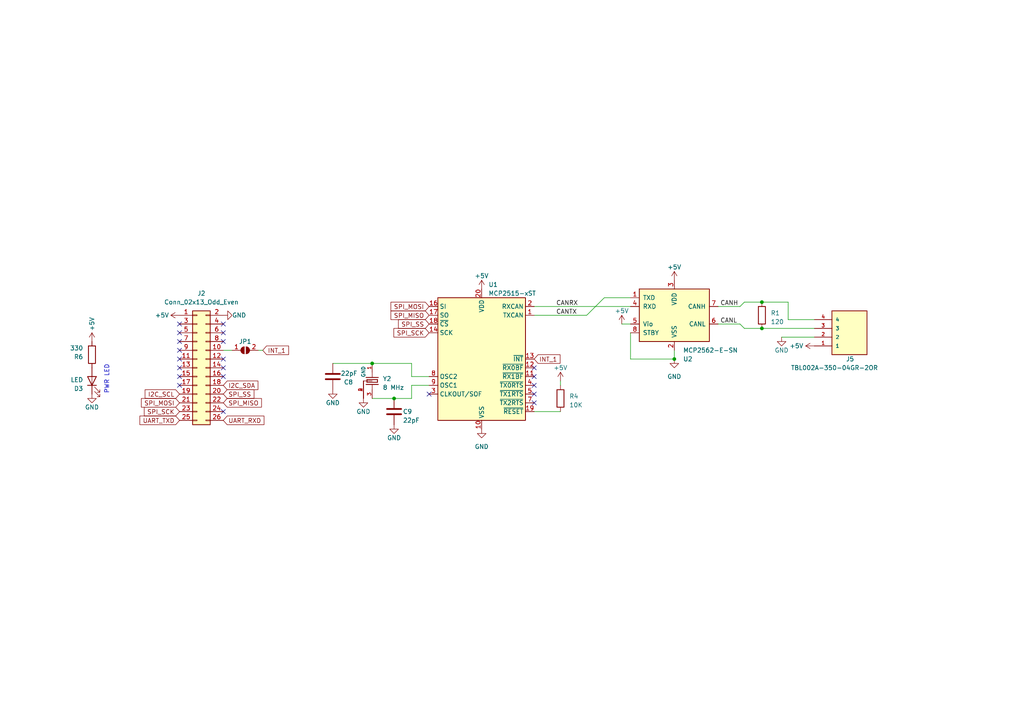
<source format=kicad_sch>
(kicad_sch (version 20230121) (generator eeschema)
  (paper "A4")
  (title_block (title "Controllino-CAN") (date "2023-10-30") (rev "1"))
  (lib_symbols
    (symbol "Connector_Generic:Conn_02x13_Odd_Even" (pin_names (offset 1.016) hide)
      (property "Reference" "J" (at 1.27 17.78 0))
      (property "Value" "Conn_02x13_Odd_Even" (at 1.27 -17.78 0))
      (symbol "Conn_02x13_Odd_Even_1_1"
        (rectangle (start -1.27 -15.113) (end 0 -15.367) (stroke (width 0.1524)))
        (rectangle (start -1.27 -12.573) (end 0 -12.827) (stroke (width 0.1524)))
        (rectangle (start -1.27 -10.033) (end 0 -10.287) (stroke (width 0.1524)))
        (rectangle (start -1.27 -7.493) (end 0 -7.747) (stroke (width 0.1524)))
        (rectangle (start -1.27 -4.953) (end 0 -5.207) (stroke (width 0.1524)))
        (rectangle (start -1.27 -2.413) (end 0 -2.667) (stroke (width 0.1524)))
        (rectangle (start -1.27 0.127) (end 0 -0.127) (stroke (width 0.1524)))
        (rectangle (start -1.27 2.667) (end 0 2.413) (stroke (width 0.1524)))
        (rectangle (start -1.27 5.207) (end 0 4.953) (stroke (width 0.1524)))
        (rectangle (start -1.27 7.747) (end 0 7.493) (stroke (width 0.1524)))
        (rectangle (start -1.27 10.287) (end 0 10.033) (stroke (width 0.1524)))
        (rectangle (start -1.27 12.827) (end 0 12.573) (stroke (width 0.1524)))
        (rectangle (start -1.27 15.367) (end 0 15.113) (stroke (width 0.1524)))
        (rectangle (start -1.27 16.51) (end 3.81 -16.51) (stroke (width 0.254)) (fill (type background)))
        (rectangle (start 3.81 -15.113) (end 2.54 -15.367) (stroke (width 0.1524)))
        (rectangle (start 3.81 -12.573) (end 2.54 -12.827) (stroke (width 0.1524)))
        (rectangle (start 3.81 -10.033) (end 2.54 -10.287) (stroke (width 0.1524)))
        (rectangle (start 3.81 -7.493) (end 2.54 -7.747) (stroke (width 0.1524)))
        (rectangle (start 3.81 -4.953) (end 2.54 -5.207) (stroke (width 0.1524)))
        (rectangle (start 3.81 -2.413) (end 2.54 -2.667) (stroke (width 0.1524)))
        (rectangle (start 3.81 0.127) (end 2.54 -0.127) (stroke (width 0.1524)))
        (rectangle (start 3.81 2.667) (end 2.54 2.413) (stroke (width 0.1524)))
        (rectangle (start 3.81 5.207) (end 2.54 4.953) (stroke (width 0.1524)))
        (rectangle (start 3.81 7.747) (end 2.54 7.493) (stroke (width 0.1524)))
        (rectangle (start 3.81 10.287) (end 2.54 10.033) (stroke (width 0.1524)))
        (rectangle (start 3.81 12.827) (end 2.54 12.573) (stroke (width 0.1524)))
        (rectangle (start 3.81 15.367) (end 2.54 15.113) (stroke (width 0.1524)))
        (pin passive line (at -5.08 15.24 0) (length 3.81) (name "Pin_1") (number "1"))
        (pin passive line (at 7.62 5.08 180) (length 3.81) (name "Pin_10") (number "10"))
        (pin passive line (at -5.08 2.54 0) (length 3.81) (name "Pin_11") (number "11"))
        (pin passive line (at 7.62 2.54 180) (length 3.81) (name "Pin_12") (number "12"))
        (pin passive line (at -5.08 0 0) (length 3.81) (name "Pin_13") (number "13"))
        (pin passive line (at 7.62 0 180) (length 3.81) (name "Pin_14") (number "14"))
        (pin passive line (at -5.08 -2.54 0) (length 3.81) (name "Pin_15") (number "15"))
        (pin passive line (at 7.62 -2.54 180) (length 3.81) (name "Pin_16") (number "16"))
        (pin passive line (at -5.08 -5.08 0) (length 3.81) (name "Pin_17") (number "17"))
        (pin passive line (at 7.62 -5.08 180) (length 3.81) (name "Pin_18") (number "18"))
        (pin passive line (at -5.08 -7.62 0) (length 3.81) (name "Pin_19") (number "19"))
        (pin passive line (at 7.62 15.24 180) (length 3.81) (name "Pin_2") (number "2"))
        (pin passive line (at 7.62 -7.62 180) (length 3.81) (name "Pin_20") (number "20"))
        (pin passive line (at -5.08 -10.16 0) (length 3.81) (name "Pin_21") (number "21"))
        (pin passive line (at 7.62 -10.16 180) (length 3.81) (name "Pin_22") (number "22"))
        (pin passive line (at -5.08 -12.7 0) (length 3.81) (name "Pin_23") (number "23"))
        (pin passive line (at 7.62 -12.7 180) (length 3.81) (name "Pin_24") (number "24"))
        (pin passive line (at -5.08 -15.24 0) (length 3.81) (name "Pin_25") (number "25"))
        (pin passive line (at 7.62 -15.24 180) (length 3.81) (name "Pin_26") (number "26"))
        (pin passive line (at -5.08 12.7 0) (length 3.81) (name "Pin_3") (number "3"))
        (pin passive line (at 7.62 12.7 180) (length 3.81) (name "Pin_4") (number "4"))
        (pin passive line (at -5.08 10.16 0) (length 3.81) (name "Pin_5") (number "5"))
        (pin passive line (at 7.62 10.16 180) (length 3.81) (name "Pin_6") (number "6"))
        (pin passive line (at -5.08 7.62 0) (length 3.81) (name "Pin_7") (number "7"))
        (pin passive line (at 7.62 7.62 180) (length 3.81) (name "Pin_8") (number "8"))
        (pin passive line (at -5.08 5.08 0) (length 3.81) (name "Pin_9") (number "9"))
      )
    )
    (symbol "Device:C" (pin_numbers hide) (pin_names (offset 0.254))
      (property "Reference" "C" (at 0.635 2.54 0))
      (property "Value" "C" (at 0.635 -2.54 0))
      (symbol "C_0_1"
        (polyline (pts (xy -2.032 -0.762) (xy 2.032 -0.762)) (stroke (width 0.508)))
        (polyline (pts (xy -2.032 0.762) (xy 2.032 0.762)) (stroke (width 0.508)))
      )
      (symbol "C_1_1"
        (pin passive line (at 0 3.81 270) (length 2.794) (name "~") (number "1"))
        (pin passive line (at 0 -3.81 90) (length 2.794) (name "~") (number "2"))
      )
    )
    (symbol "Device:LED" (pin_numbers hide) (pin_names (offset 1.016) hide)
      (property "Reference" "D" (at 0 2.54 0))
      (property "Value" "LED" (at 0 -2.54 0))
      (symbol "LED_0_1"
        (polyline (pts (xy -1.27 -1.27) (xy -1.27 1.27)) (stroke (width 0.254)))
        (polyline (pts (xy -1.27 0) (xy 1.27 0)))
        (polyline (pts (xy 1.27 -1.27) (xy 1.27 1.27) (xy -1.27 0) (xy 1.27 -1.27)) (stroke (width 0.254)))
        (polyline (pts (xy -3.048 -0.762) (xy -4.572 -2.286) (xy -3.81 -2.286) (xy -4.572 -2.286) (xy -4.572 -1.524)))
        (polyline (pts (xy -1.778 -0.762) (xy -3.302 -2.286) (xy -2.54 -2.286) (xy -3.302 -2.286) (xy -3.302 -1.524)))
      )
      (symbol "LED_1_1"
        (pin passive line (at -3.81 0 0) (length 2.54) (name "K") (number "1"))
        (pin passive line (at 3.81 0 180) (length 2.54) (name "A") (number "2"))
      )
    )
    (symbol "Device:R" (pin_numbers hide) (pin_names (offset 0))
      (property "Reference" "R" (at 2.032 0 90))
      (property "Value" "R" (at 0 0 90))
      (symbol "R_0_1"
        (rectangle (start -1.016 -2.54) (end 1.016 2.54) (stroke (width 0.254)))
      )
      (symbol "R_1_1"
        (pin passive line (at 0 3.81 270) (length 1.27) (name "~") (number "1"))
        (pin passive line (at 0 -3.81 90) (length 1.27) (name "~") (number "2"))
      )
    )
    (symbol "Interface_CAN_LIN:MCP2515-xST"
      (property "Reference" "U" (at -10.16 19.685 0))
      (property "Value" "MCP2515-xST" (at 19.05 20.32 0))
      (symbol "MCP2515-xST_0_1"
        (rectangle (start -12.7 17.78) (end 12.7 -17.78) (stroke (width 0.254)) (fill (type background)))
      )
      (symbol "MCP2515-xST_1_1"
        (pin output line (at 15.24 12.7 180) (length 2.54) (name "TXCAN") (number "1"))
        (pin power_in line (at 0 -20.32 90) (length 2.54) (name "VSS") (number "10"))
        (pin output line (at 15.24 -5.08 180) (length 2.54) (name "~{RX1BF}") (number "11"))
        (pin output line (at 15.24 -2.54 180) (length 2.54) (name "~{RX0BF}") (number "12"))
        (pin output line (at 15.24 0 180) (length 2.54) (name "~{INT}") (number "13"))
        (pin input line (at -15.24 7.62 0) (length 2.54) (name "SCK") (number "14"))
        (pin no_connect line (at -12.7 -2.54 0) (length 2.54) hide (name "NC") (number "15"))
        (pin input line (at -15.24 15.24 0) (length 2.54) (name "SI") (number "16"))
        (pin output line (at -15.24 12.7 0) (length 2.54) (name "SO") (number "17"))
        (pin input line (at -15.24 10.16 0) (length 2.54) (name "~{CS}") (number "18"))
        (pin input line (at 15.24 -15.24 180) (length 2.54) (name "~{RESET}") (number "19"))
        (pin input line (at 15.24 15.24 180) (length 2.54) (name "RXCAN") (number "2"))
        (pin power_in line (at 0 20.32 270) (length 2.54) (name "VDD") (number "20"))
        (pin output line (at -15.24 -10.16 0) (length 2.54) (name "CLKOUT/SOF") (number "3"))
        (pin input line (at 15.24 -7.62 180) (length 2.54) (name "~{TX0RTS}") (number "4"))
        (pin input line (at 15.24 -10.16 180) (length 2.54) (name "~{TX1RTS}") (number "5"))
        (pin no_connect line (at -12.7 0 0) (length 2.54) hide (name "NC") (number "6"))
        (pin input line (at 15.24 -12.7 180) (length 2.54) (name "~{TX2RTS}") (number "7"))
        (pin output line (at -15.24 -5.08 0) (length 2.54) (name "OSC2") (number "8"))
        (pin input line (at -15.24 -7.62 0) (length 2.54) (name "OSC1") (number "9"))
      )
    )
    (symbol "Interface_CAN_LIN:MCP2562-E-SN" (pin_names (offset 1.016))
      (property "Reference" "U" (at -10.16 8.89 0))
      (property "Value" "MCP2562-E-SN" (at 2.54 8.89 0))
      (symbol "MCP2562-E-SN_0_1"
        (rectangle (start -10.16 7.62) (end 10.16 -7.62) (stroke (width 0.254)) (fill (type background)))
      )
      (symbol "MCP2562-E-SN_1_1"
        (pin input line (at -12.7 5.08 0) (length 2.54) (name "TXD") (number "1"))
        (pin power_in line (at 0 -10.16 90) (length 2.54) (name "VSS") (number "2"))
        (pin power_in line (at 0 10.16 270) (length 2.54) (name "VDD") (number "3"))
        (pin output line (at -12.7 2.54 0) (length 2.54) (name "RXD") (number "4"))
        (pin power_in line (at -12.7 -2.54 0) (length 2.54) (name "Vio") (number "5"))
        (pin bidirectional line (at 12.7 -2.54 180) (length 2.54) (name "CANL") (number "6"))
        (pin bidirectional line (at 12.7 2.54 180) (length 2.54) (name "CANH") (number "7"))
        (pin input line (at -12.7 -5.08 0) (length 2.54) (name "STBY") (number "8"))
      )
    )
    (symbol "Jumper:SolderJumper_2_Open" (pin_names (offset 0) hide)
      (property "Reference" "JP" (at 0 2.032 0))
      (property "Value" "SolderJumper_2_Open" (at 0 -2.54 0))
      (symbol "SolderJumper_2_Open_0_1"
        (arc (start -0.254 1.016) (mid -1.2656 0) (end -0.254 -1.016))
        (arc (start -0.254 1.016) (mid -1.2656 0) (end -0.254 -1.016) (fill (type outline)))
        (polyline (pts (xy -0.254 1.016) (xy -0.254 -1.016)))
        (polyline (pts (xy 0.254 1.016) (xy 0.254 -1.016)))
        (arc (start 0.254 -1.016) (mid 1.2656 0) (end 0.254 1.016))
        (arc (start 0.254 -1.016) (mid 1.2656 0) (end 0.254 1.016) (fill (type outline)))
      )
      (symbol "SolderJumper_2_Open_1_1"
        (pin passive line (at -3.81 0 0) (length 2.54) (name "A") (number "1"))
        (pin passive line (at 3.81 0 180) (length 2.54) (name "B") (number "2"))
      )
    )
    (symbol "crystals:ECS-80-12-33-JGN-TR" (pin_names (offset 1.016))
      (property "Reference" "Y" (at -12.7 -5.08 0))
      (property "Value" "ECS-80-12-33-JGN-TR" (at -12.7 -7.62 0))
      (symbol "ECS-80-12-33-JGN-TR_0_0"
        (polyline (pts (xy -2.54 0) (xy -1.016 0)) (stroke (width 0.1524)))
        (polyline (pts (xy -1.016 1.778) (xy -1.016 -1.778)) (stroke (width 0.254)))
        (polyline (pts (xy -0.381 -1.524) (xy 0.381 -1.524)) (stroke (width 0.254)))
        (polyline (pts (xy -0.381 1.524) (xy -0.381 -1.524)) (stroke (width 0.254)))
        (polyline (pts (xy 0.381 -1.524) (xy 0.381 1.524)) (stroke (width 0.254)))
        (polyline (pts (xy 0.381 1.524) (xy -0.381 1.524)) (stroke (width 0.254)))
        (polyline (pts (xy 1.016 0) (xy 2.54 0)) (stroke (width 0.1524)))
        (polyline (pts (xy 1.016 1.778) (xy 1.016 -1.778)) (stroke (width 0.254)))
        (pin passive line (at -5.08 0 0) (length 2.54) (name "~") (number "1"))
        (pin power_in line (at 5.08 -2.54 180) (length 5.08) (name "GND") (number "2"))
        (pin passive line (at 5.08 0 180) (length 2.54) (name "~") (number "3"))
        (pin power_in line (at 5.08 -2.54 180) (length 5.08) (name "") (number "4"))
      )
      (symbol "ECS-80-12-33-JGN-TR_0_1"
        (polyline (pts (xy 0 -2.54) (xy 0 0)))
      )
    )
    (symbol "power:+5V" (power) (pin_names (offset 0))
      (property "Value" "+5V" (at 0 3.556 0))
      (symbol "+5V_0_1"
        (polyline (pts (xy -0.762 1.27) (xy 0 2.54)))
        (polyline (pts (xy 0 0) (xy 0 2.54)))
        (polyline (pts (xy 0 2.54) (xy 0.762 1.27)))
      )
      (symbol "+5V_1_1"
        (pin power_in line (at 0 0 90) (length 0) hide (name "+5V") (number "1"))
      )
    )
    (symbol "power:GND" (power) (pin_names (offset 0))
      (property "Value" "GND" (at 0 -3.81 0))
      (symbol "GND_0_1"
        (polyline (pts (xy 0 0) (xy 0 -1.27) (xy 1.27 -1.27) (xy 0 -2.54) (xy -1.27 -1.27) (xy 0 -1.27)))
      )
      (symbol "GND_1_1"
        (pin power_in line (at 0 0 270) (length 0) hide (name "GND") (number "1"))
      )
    )
    (symbol "wire_to_board:TBL002A-350-04GR-2OR" (pin_names (offset 1.016))
      (property "Reference" "J" (at -5.08 5.842 0))
      (property "Value" "TBL002A-350-04GR-2OR" (at -5.08 -10.16 0))
      (symbol "TBL002A-350-04GR-2OR_0_0"
        (rectangle (start -5.08 -7.62) (end 5.08 5.08) (stroke (width 0.254)) (fill (type background)))
        (pin passive line (at -10.16 2.54 0) (length 5.08) (name "1") (number "1"))
        (pin passive line (at -10.16 0 0) (length 5.08) (name "2") (number "2"))
        (pin passive line (at -10.16 -2.54 0) (length 5.08) (name "3") (number "3"))
        (pin passive line (at -10.16 -5.08 0) (length 5.08) (name "4") (number "4"))
      )
    )
  )
  (junction (at 107.95 105.41))
  (junction (at 220.98 95.25))
  (junction (at 220.98 87.63))
  (junction (at 195.58 104.14))
  (junction (at 114.3 115.57))
  (no_connect (at 154.94 111.76))
  (no_connect (at 64.77 93.98))
  (no_connect (at 124.46 114.3))
  (no_connect (at 154.94 116.84))
  (no_connect (at 52.07 111.76))
  (no_connect (at 52.07 109.22))
  (no_connect (at 64.77 106.68))
  (no_connect (at 154.94 109.22))
  (no_connect (at 52.07 101.6))
  (no_connect (at 154.94 106.68))
  (no_connect (at 64.77 104.14))
  (no_connect (at 52.07 99.06))
  (no_connect (at 52.07 104.14))
  (no_connect (at 64.77 119.38))
  (no_connect (at 154.94 114.3))
  (no_connect (at 64.77 99.06))
  (no_connect (at 64.77 96.52))
  (no_connect (at 64.77 109.22))
  (no_connect (at 52.07 93.98))
  (no_connect (at 52.07 96.52))
  (no_connect (at 52.07 106.68))
  (wire (pts (xy 107.95 115.57) (xy 114.3 115.57)))
  (wire (pts (xy 154.94 91.44) (xy 170.18 91.44)))
  (wire (pts (xy 119.38 111.76) (xy 124.46 111.76)))
  (wire (pts (xy 162.56 110.49) (xy 162.56 111.76)))
  (wire (pts (xy 228.6 87.63) (xy 228.6 92.71)))
  (wire (pts (xy 220.98 87.63) (xy 228.6 87.63)))
  (wire (pts (xy 64.77 101.6) (xy 67.31 101.6)))
  (wire (pts (xy 215.9 87.63) (xy 220.98 87.63)))
  (wire (pts (xy 119.38 115.57) (xy 119.38 111.76)))
  (wire (pts (xy 182.88 93.98) (xy 180.34 93.98)))
  (wire (pts (xy 119.38 109.22) (xy 124.46 109.22)))
  (wire (pts (xy 182.88 104.14) (xy 195.58 104.14)))
  (wire (pts (xy 208.28 88.9) (xy 214.63 88.9)))
  (wire (pts (xy 96.52 105.41) (xy 107.95 105.41)))
  (wire (pts (xy 226.695 97.79) (xy 236.22 97.79)))
  (wire (pts (xy 182.88 96.52) (xy 182.88 104.14)))
  (wire (pts (xy 215.9 95.25) (xy 220.98 95.25)))
  (wire (pts (xy 154.94 88.9) (xy 182.88 88.9)))
  (wire (pts (xy 208.28 93.98) (xy 214.63 93.98)))
  (wire (pts (xy 215.9 95.25) (xy 214.63 93.98)))
  (wire (pts (xy 74.93 101.6) (xy 76.2 101.6)))
  (wire (pts (xy 114.3 115.57) (xy 119.38 115.57)))
  (wire (pts (xy 220.98 95.25) (xy 236.22 95.25)))
  (wire (pts (xy 195.58 104.14) (xy 195.58 101.6)))
  (wire (pts (xy 215.9 87.63) (xy 214.63 88.9)))
  (wire (pts (xy 107.95 105.41) (xy 119.38 105.41)))
  (wire (pts (xy 119.38 105.41) (xy 119.38 109.22)))
  (wire (pts (xy 228.6 92.71) (xy 236.22 92.71)))
  (wire (pts (xy 154.94 119.38) (xy 162.56 119.38)))
  (wire (pts (xy 175.26 86.36) (xy 170.18 91.44)))
  (wire (pts (xy 175.26 86.36) (xy 182.88 86.36)))
  (text "PWR LED" (at 31.75 114.3 90) (effects (font (size 1.27 1.27)) (justify left bottom)))
  (label "CANH" (at 208.915 88.9 0))
  (label "CANL" (at 208.915 93.98 0))
  (label "CANTX" (at 161.29 91.44 0))
  (label "CANRX" (at 161.29 88.9 0))
  (global_label "SPI_SCK" (shape input) (at 52.07 119.38 180) (property "Intersheetrefs" "${INTERSHEET_REFS}" (effects hide)))
  (global_label "I2C_SDA" (shape input) (at 64.77 111.76 0) (property "Intersheetrefs" "${INTERSHEET_REFS}" (effects hide)))
  (global_label "SPI_SS" (shape input) (at 64.77 114.3 0) (property "Intersheetrefs" "${INTERSHEET_REFS}" (effects hide)))
  (global_label "INT_1" (shape input) (at 154.94 104.14 0) (property "Intersheetrefs" "${INTERSHEET_REFS}" (effects hide)))
  (global_label "SPI_MISO" (shape input) (at 124.46 91.44 180) (property "Intersheetrefs" "${INTERSHEET_REFS}" (effects hide)))
  (global_label "SPI_SCK" (shape input) (at 124.46 96.52 180) (property "Intersheetrefs" "${INTERSHEET_REFS}" (effects hide)))
  (global_label "I2C_SCL" (shape input) (at 52.07 114.3 180) (property "Intersheetrefs" "${INTERSHEET_REFS}" (effects hide)))
  (global_label "SPI_MOSI" (shape input) (at 52.07 116.84 180) (property "Intersheetrefs" "${INTERSHEET_REFS}" (effects hide)))
  (global_label "UART_RXD" (shape input) (at 64.77 121.92 0) (property "Intersheetrefs" "${INTERSHEET_REFS}" (effects hide)))
  (global_label "SPI_MISO" (shape input) (at 64.77 116.84 0) (property "Intersheetrefs" "${INTERSHEET_REFS}" (effects hide)))
  (global_label "UART_TXD" (shape input) (at 52.07 121.92 180) (property "Intersheetrefs" "${INTERSHEET_REFS}" (effects hide)))
  (global_label "SPI_SS" (shape input) (at 124.46 93.98 180) (property "Intersheetrefs" "${INTERSHEET_REFS}" (effects hide)))
  (global_label "SPI_MOSI" (shape input) (at 124.46 88.9 180) (property "Intersheetrefs" "${INTERSHEET_REFS}" (effects hide)))
  (global_label "INT_1" (shape input) (at 76.2 101.6 0) (property "Intersheetrefs" "${INTERSHEET_REFS}" (effects hide)))
  (symbol (lib_id "power:GND") (at 26.67 114.3 0) (unit 1)
    (property "Reference" "#PWR036" (effects hide))
    (property "Value" "GND" (at 26.67 118.11 0))
  )
  (symbol (lib_id "Interface_CAN_LIN:MCP2515-xST") (at 139.7 104.14 0) (unit 1)
    (property "Reference" "U1" (at 141.6559 82.55 0) (effects (justify left)))
    (property "Value" "MCP2515-xST" (at 141.6559 85.09 0) (effects (justify left)))
    (property "Footprint" "Package_SO:TSSOP-20_4.4x6.5mm_P0.65mm" (effects hide))
    (property "Datasheet" "http://ww1.microchip.com/downloads/en/DeviceDoc/21801e.pdf" (effects hide))
    (property "DigiKey" "https://www.digikey.com.au/en/products/detail/microchip-technology/MCP2515T-I-ST/593682" (effects hide))
  )
  (symbol (lib_id "Device:R") (at 220.98 91.44 0) (unit 1)
    (property "Reference" "R1" (at 223.52 90.805 0) (effects (justify left)))
    (property "Value" "120" (at 223.52 93.345 0) (effects (justify left)))
    (property "Footprint" "Resistor_SMD:R_0805_2012Metric_Pad1.20x1.40mm_HandSolder" (effects hide))
  )
  (symbol (lib_id "power:GND") (at 139.7 124.46 0) (unit 1)
    (property "Reference" "#PWR07" (effects hide))
    (property "Value" "GND" (at 139.7 129.54 0))
  )
  (symbol (lib_id "Device:C") (at 96.52 109.22 180) (unit 1)
    (property "Reference" "C8" (at 102.4128 110.8456 0) (effects (justify left)))
    (property "Value" "22pF" (at 103.6828 108.3056 0) (effects (justify left)))
    (property "Footprint" "Capacitor_SMD:C_0805_2012Metric_Pad1.18x1.45mm_HandSolder" (effects hide))
  )
  (symbol (lib_id "crystals:ECS-80-12-33-JGN-TR") (at 107.95 110.49 270) (unit 1)
    (property "Reference" "Y2" (at 110.998 109.855 90) (effects (justify left)))
    (property "Value" "8 MHz" (at 110.998 112.395 90) (effects (justify left)))
    (property "Footprint" "crystals:ECS-80-12-33-JGN-TR" (effects hide))
    (property "STANDARD" "Manufacturer recommendations" (effects hide))
    (property "MF" "ECS INC" (effects hide))
    (property "PACKAGE" "SMD-4 ECX" (effects hide))
    (property "DESCRIPTION" "The sub miniature ECX-32 is a compact SMD Crystal." (effects hide))
    (property "AVAILABILITY" "Good" (effects hide))
    (property "MP" "ECX-32" (effects hide))
  )
  (symbol (lib_id "wire_to_board:TBL002A-350-04GR-2OR") (at 246.38 97.79 0) (mirror x) (unit 1)
    (property "Reference" "J5" (at 245.364 104.14 0) (effects (justify left)))
    (property "Value" "TBL002A-350-04GR-2OR" (at 229.362 106.68 0) (effects (justify left)))
    (property "Footprint" "wire_to_board:TBL002A-350-04GR-2OR" (effects hide))
    (property "MANUFACTURER" "CUI Devices" (effects hide))
    (property "MAXIMUM_PACKAGE_HEIGHT" "12.85mm" (effects hide))
    (property "STANDARD" "Manufacturer Recommendations" (effects hide))
    (property "PARTREV" "1.0" (effects hide))
  )
  (symbol (lib_id "power:+5V") (at 195.58 81.28 0) (unit 1)
    (property "Reference" "#PWR01" (effects hide))
    (property "Value" "+5V" (at 195.58 77.47 0))
  )
  (symbol (lib_id "Device:C") (at 114.3 119.38 0) (unit 1)
    (property "Reference" "C9" (at 116.84 119.38 0) (effects (justify left)))
    (property "Value" "22pF" (at 116.84 121.92 0) (effects (justify left)))
    (property "Footprint" "Capacitor_SMD:C_0805_2012Metric_Pad1.18x1.45mm_HandSolder" (effects hide))
  )
  (symbol (lib_id "power:+5V") (at 162.56 110.49 0) (unit 1)
    (property "Reference" "#PWR025" (effects hide))
    (property "Value" "+5V" (at 162.56 106.68 0))
  )
  (symbol (lib_id "Interface_CAN_LIN:MCP2562-E-SN") (at 195.58 91.44 0) (unit 1)
    (property "Reference" "U2" (at 198.12 104.14 0) (effects (justify left)))
    (property "Value" "MCP2562-E-SN" (at 198.12 101.6 0) (effects (justify left)))
    (property "Footprint" "Package_SO:SOIC-8_3.9x4.9mm_P1.27mm" (effects hide))
    (property "Datasheet" "http://ww1.microchip.com/downloads/en/DeviceDoc/25167A.pdf" (effects hide))
    (property "DikiKey" "https://www.digikey.com.au/en/products/detail/microchip-technology/MCP2562T-E-SN/4079891" (effects hide))
  )
  (symbol (lib_id "power:GND") (at 114.3 123.19 0) (unit 1)
    (property "Reference" "#PWR019" (effects hide))
    (property "Value" "GND" (at 114.3 127 0))
  )
  (symbol (lib_id "power:GND") (at 195.58 104.14 0) (unit 1)
    (property "Reference" "#PWR02" (effects hide))
    (property "Value" "GND" (at 195.58 109.22 0))
  )
  (symbol (lib_id "power:GND") (at 226.695 97.79 0) (unit 1)
    (property "Reference" "#PWR010" (effects hide))
    (property "Value" "GND" (at 226.695 101.6 0))
  )
  (symbol (lib_id "Device:R") (at 162.56 115.57 0) (unit 1)
    (property "Reference" "R4" (at 165.1 114.935 0) (effects (justify left)))
    (property "Value" "10K" (at 165.1 117.475 0) (effects (justify left)))
    (property "Footprint" "Resistor_SMD:R_0805_2012Metric_Pad1.20x1.40mm_HandSolder" (effects hide))
  )
  (symbol (lib_id "Connector_Generic:Conn_02x13_Odd_Even") (at 57.15 106.68 0) (unit 1)
    (property "Reference" "J2" (at 58.42 85.09 0))
    (property "Value" "Conn_02x13_Odd_Even" (at 58.42 87.63 0))
    (property "Footprint" "Connector_PinSocket_2.54mm:PinSocket_2x13_P2.54mm_Vertical" (effects hide))
  )
  (symbol (lib_id "power:+5V") (at 236.22 100.33 90) (unit 1)
    (property "Reference" "#PWR011" (effects hide))
    (property "Value" "+5V" (at 233.045 100.33 90) (effects (justify left)))
  )
  (symbol (lib_id "power:+5V") (at 52.07 91.44 90) (unit 1)
    (property "Reference" "#PWR08" (effects hide))
    (property "Value" "+5V" (at 46.99 91.44 90))
  )
  (symbol (lib_id "power:+5V") (at 26.67 99.06 0) (unit 1)
    (property "Reference" "#PWR09" (effects hide))
    (property "Value" "+5V" (at 26.67 93.98 90))
  )
  (symbol (lib_id "power:+5V") (at 139.7 83.82 0) (unit 1)
    (property "Reference" "#PWR06" (effects hide))
    (property "Value" "+5V" (at 139.7 80.01 0))
  )
  (symbol (lib_id "power:GND") (at 105.41 115.57 0) (unit 1)
    (property "Reference" "#PWR05" (effects hide))
    (property "Value" "GND" (at 105.41 119.38 0))
  )
  (symbol (lib_id "power:GND") (at 64.77 91.44 90) (unit 1)
    (property "Reference" "#PWR04" (effects hide))
    (property "Value" "GND" (at 67.31 91.44 90) (effects (justify right)))
  )
  (symbol (lib_id "Jumper:SolderJumper_2_Open") (at 71.12 101.6 0) (unit 1)
    (property "Reference" "JP1" (at 71.12 99.06 0))
    (property "Value" "SolderJumper_2_Open" (effects hide))
    (property "Footprint" "Jumper:SolderJumper-2_P1.3mm_Open_Pad1.0x1.5mm" (effects hide))
  )
  (symbol (lib_id "Device:R") (at 26.67 102.87 180) (unit 1)
    (property "Reference" "R6" (at 24.13 103.505 0) (effects (justify left)))
    (property "Value" "330" (at 24.13 100.965 0) (effects (justify left)))
    (property "Footprint" "Resistor_SMD:R_0805_2012Metric_Pad1.20x1.40mm_HandSolder" (effects hide))
  )
  (symbol (lib_id "power:+5V") (at 180.34 93.98 0) (unit 1)
    (property "Reference" "#PWR03" (effects hide))
    (property "Value" "+5V" (at 180.34 90.17 0))
  )
  (symbol (lib_id "Device:LED") (at 26.67 110.49 90) (unit 1)
    (property "Reference" "D3" (at 24.13 112.7125 90) (effects (justify left)))
    (property "Value" "LED" (at 24.13 110.1725 90) (effects (justify left)))
    (property "Footprint" "LED_SMD:LED_0805_2012Metric" (effects hide))
  )
  (symbol (lib_id "power:GND") (at 96.52 113.03 0) (unit 1)
    (property "Reference" "#PWR024" (effects hide))
    (property "Value" "GND" (at 96.52 116.84 0))
  )
)
</source>
